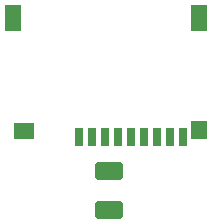
<source format=gbr>
%TF.GenerationSoftware,KiCad,Pcbnew,7.0.9*%
%TF.CreationDate,2024-01-11T23:07:38-06:00*%
%TF.ProjectId,CoCo-FujiNet-Rev0,436f436f-2d46-4756-9a69-4e65742d5265,rev?*%
%TF.SameCoordinates,Original*%
%TF.FileFunction,Paste,Top*%
%TF.FilePolarity,Positive*%
%FSLAX46Y46*%
G04 Gerber Fmt 4.6, Leading zero omitted, Abs format (unit mm)*
G04 Created by KiCad (PCBNEW 7.0.9) date 2024-01-11 23:07:38*
%MOMM*%
%LPD*%
G01*
G04 APERTURE LIST*
G04 Aperture macros list*
%AMRoundRect*
0 Rectangle with rounded corners*
0 $1 Rounding radius*
0 $2 $3 $4 $5 $6 $7 $8 $9 X,Y pos of 4 corners*
0 Add a 4 corners polygon primitive as box body*
4,1,4,$2,$3,$4,$5,$6,$7,$8,$9,$2,$3,0*
0 Add four circle primitives for the rounded corners*
1,1,$1+$1,$2,$3*
1,1,$1+$1,$4,$5*
1,1,$1+$1,$6,$7*
1,1,$1+$1,$8,$9*
0 Add four rect primitives between the rounded corners*
20,1,$1+$1,$2,$3,$4,$5,0*
20,1,$1+$1,$4,$5,$6,$7,0*
20,1,$1+$1,$6,$7,$8,$9,0*
20,1,$1+$1,$8,$9,$2,$3,0*%
G04 Aperture macros list end*
%ADD10RoundRect,0.250001X-0.924999X0.499999X-0.924999X-0.499999X0.924999X-0.499999X0.924999X0.499999X0*%
%ADD11R,0.700000X1.600000*%
%ADD12R,1.400000X1.600000*%
%ADD13R,1.400000X2.200000*%
%ADD14R,1.800000X1.400000*%
G04 APERTURE END LIST*
D10*
%TO.C,C1*%
X170942000Y-70892000D03*
X170942000Y-74142000D03*
%TD*%
D11*
%TO.C,P1*%
X168412600Y-67991800D03*
X169512600Y-67991800D03*
X170612600Y-67991800D03*
X171712600Y-67991800D03*
X172812600Y-67991800D03*
X173912600Y-67991800D03*
X175012600Y-67991800D03*
X176112600Y-67991800D03*
X177212600Y-67991800D03*
D12*
X178512600Y-67391800D03*
D13*
X178512600Y-57891800D03*
X162812600Y-57891800D03*
D14*
X163712600Y-67491800D03*
%TD*%
M02*

</source>
